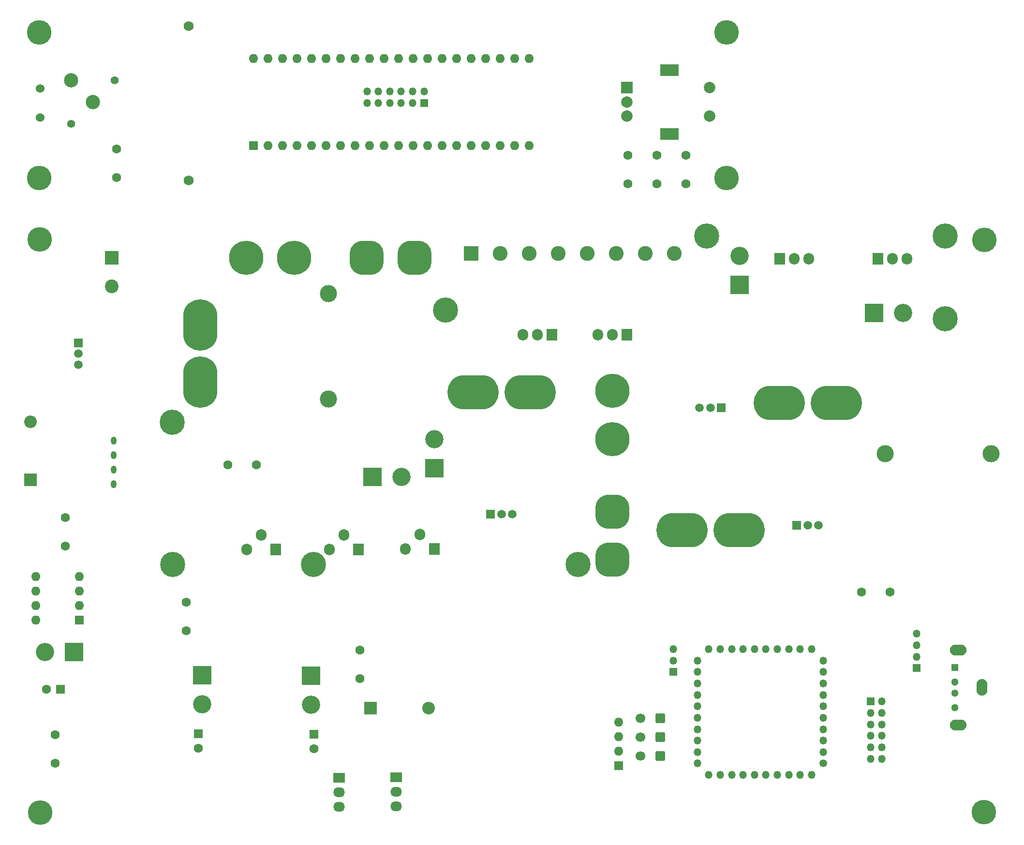
<source format=gbs>
%TF.GenerationSoftware,KiCad,Pcbnew,(5.99.0-13134-g7fd669b6a8-dirty)*%
%TF.CreationDate,2021-11-08T01:58:15+00:00*%
%TF.ProjectId,solarpump,736f6c61-7270-4756-9d70-2e6b69636164,1.0*%
%TF.SameCoordinates,Original*%
%TF.FileFunction,Soldermask,Bot*%
%TF.FilePolarity,Negative*%
%FSLAX46Y46*%
G04 Gerber Fmt 4.6, Leading zero omitted, Abs format (unit mm)*
G04 Created by KiCad (PCBNEW (5.99.0-13134-g7fd669b6a8-dirty)) date 2021-11-08 01:58:15*
%MOMM*%
%LPD*%
G01*
G04 APERTURE LIST*
G04 Aperture macros list*
%AMRoundRect*
0 Rectangle with rounded corners*
0 $1 Rounding radius*
0 $2 $3 $4 $5 $6 $7 $8 $9 X,Y pos of 4 corners*
0 Add a 4 corners polygon primitive as box body*
4,1,4,$2,$3,$4,$5,$6,$7,$8,$9,$2,$3,0*
0 Add four circle primitives for the rounded corners*
1,1,$1+$1,$2,$3*
1,1,$1+$1,$4,$5*
1,1,$1+$1,$6,$7*
1,1,$1+$1,$8,$9*
0 Add four rect primitives between the rounded corners*
20,1,$1+$1,$2,$3,$4,$5,0*
20,1,$1+$1,$4,$5,$6,$7,0*
20,1,$1+$1,$6,$7,$8,$9,0*
20,1,$1+$1,$8,$9,$2,$3,0*%
%AMHorizOval*
0 Thick line with rounded ends*
0 $1 width*
0 $2 $3 position (X,Y) of the first rounded end (center of the circle)*
0 $4 $5 position (X,Y) of the second rounded end (center of the circle)*
0 Add line between two ends*
20,1,$1,$2,$3,$4,$5,0*
0 Add two circle primitives to create the rounded ends*
1,1,$1,$2,$3*
1,1,$1,$4,$5*%
G04 Aperture macros list end*
%ADD10C,4.400000*%
%ADD11C,0.700000*%
%ADD12R,1.500000X1.500000*%
%ADD13C,1.500000*%
%ADD14C,0.800000*%
%ADD15HorizOval,0.800000X0.000000X0.000000X0.000000X0.000000X0*%
%ADD16O,9.000000X6.000000*%
%ADD17HorizOval,0.800000X0.000000X0.000000X0.000000X0.000000X0*%
%ADD18HorizOval,0.800000X0.000000X0.000000X0.000000X0.000000X0*%
%ADD19HorizOval,0.800000X0.000000X0.000000X0.000000X0.000000X0*%
%ADD20HorizOval,0.800000X0.000000X0.000000X0.000000X0.000000X0*%
%ADD21O,6.000000X9.000000*%
%ADD22HorizOval,0.800000X0.000000X0.000000X0.000000X0.000000X0*%
%ADD23R,1.905000X2.000000*%
%ADD24O,1.905000X2.000000*%
%ADD25C,1.600000*%
%ADD26R,1.300000X1.300000*%
%ADD27C,1.300000*%
%ADD28O,1.900000X2.900000*%
%ADD29O,2.900000X1.900000*%
%ADD30RoundRect,0.250000X0.600000X0.600000X-0.600000X0.600000X-0.600000X-0.600000X0.600000X-0.600000X0*%
%ADD31C,1.700000*%
%ADD32R,1.600000X1.600000*%
%ADD33O,1.600000X1.600000*%
%ADD34R,3.200000X3.200000*%
%ADD35O,3.200000X3.200000*%
%ADD36C,3.000000*%
%ADD37C,1.350000*%
%ADD38O,1.350000X1.350000*%
%ADD39O,1.000000X1.400000*%
%ADD40R,1.350000X1.350000*%
%ADD41C,4.300000*%
%ADD42R,2.200000X2.200000*%
%ADD43O,2.200000X2.200000*%
%ADD44R,2.030000X1.730000*%
%ADD45O,2.030000X1.730000*%
%ADD46RoundRect,2.400000X-0.600000X0.600000X-0.600000X-0.600000X0.600000X-0.600000X0.600000X0.600000X0*%
%ADD47RoundRect,2.400000X0.600000X0.600000X-0.600000X0.600000X-0.600000X-0.600000X0.600000X-0.600000X0*%
%ADD48C,6.000000*%
%ADD49R,2.000000X2.000000*%
%ADD50C,2.000000*%
%ADD51R,3.200000X2.000000*%
%ADD52C,1.400000*%
%ADD53C,2.500000*%
%ADD54R,2.400000X2.400000*%
%ADD55C,2.400000*%
%ADD56R,2.600000X2.600000*%
%ADD57C,2.600000*%
%ADD58RoundRect,2.400000X0.600000X-0.600000X0.600000X0.600000X-0.600000X0.600000X-0.600000X-0.600000X0*%
%ADD59C,1.750000*%
%ADD60C,1.524000*%
G04 APERTURE END LIST*
D10*
%TO.C,HS8*%
X218050000Y-67475000D03*
D11*
X219700000Y-67475000D03*
X219216726Y-68641726D03*
X218050000Y-69125000D03*
X216883274Y-68641726D03*
X216400000Y-67475000D03*
X216883274Y-66308274D03*
X218050000Y-65825000D03*
X219216726Y-66308274D03*
%TD*%
D12*
%TO.C,U6*%
X138484675Y-101736630D03*
D13*
X140394675Y-101736630D03*
X142304675Y-101736630D03*
D14*
X148594675Y-78676630D03*
X149344675Y-79706630D03*
D15*
X141444675Y-79706630D03*
D14*
X148594675Y-81996630D03*
X146064675Y-78286630D03*
X149344675Y-80966630D03*
X144724675Y-78286630D03*
X143394675Y-82386630D03*
X144724675Y-82386630D03*
X142194675Y-78676630D03*
X146064675Y-82386630D03*
X147394675Y-82386630D03*
X142194675Y-81996630D03*
X143394675Y-78286630D03*
X147394675Y-78286630D03*
D16*
X145394675Y-80336630D03*
D17*
X141444675Y-80966630D03*
D14*
X136064675Y-82386630D03*
X133394675Y-82386630D03*
D16*
X135394675Y-80336630D03*
D14*
X131444675Y-80966630D03*
D17*
X139344675Y-79706630D03*
D14*
X134724675Y-82386630D03*
D15*
X139344675Y-80966630D03*
D14*
X132194675Y-78676630D03*
X138594675Y-78676630D03*
X134724675Y-78286630D03*
X136064675Y-78286630D03*
X137394675Y-82386630D03*
X131444675Y-79706630D03*
X138594675Y-81996630D03*
X137394675Y-78286630D03*
X133394675Y-78286630D03*
X132194675Y-81996630D03*
%TD*%
D12*
%TO.C,U7*%
X178910000Y-83111630D03*
D13*
X177000000Y-83111630D03*
X175090000Y-83111630D03*
D14*
X168800000Y-106171630D03*
X168050000Y-105141630D03*
D18*
X175950000Y-105141630D03*
D14*
X168800000Y-102851630D03*
X171330000Y-106561630D03*
X168050000Y-103881630D03*
X172670000Y-106561630D03*
X174000000Y-102461630D03*
X172670000Y-102461630D03*
X175200000Y-106171630D03*
X171330000Y-102461630D03*
X170000000Y-102461630D03*
X175200000Y-102851630D03*
X174000000Y-106561630D03*
X170000000Y-106561630D03*
D16*
X172000000Y-104511630D03*
D19*
X175950000Y-103881630D03*
D14*
X181330000Y-102461630D03*
X184000000Y-102461630D03*
D16*
X182000000Y-104511630D03*
D14*
X185950000Y-103881630D03*
D19*
X178050000Y-105141630D03*
D14*
X182670000Y-102461630D03*
D18*
X178050000Y-103881630D03*
D14*
X185200000Y-106171630D03*
X178800000Y-106171630D03*
X182670000Y-106561630D03*
X181330000Y-106561630D03*
X180000000Y-102461630D03*
X185950000Y-105141630D03*
X178800000Y-102851630D03*
X180000000Y-106561630D03*
X184000000Y-106561630D03*
X185200000Y-102851630D03*
%TD*%
D12*
%TO.C,U11*%
X192100000Y-103625000D03*
D13*
X194010000Y-103625000D03*
X195920000Y-103625000D03*
D14*
X202210000Y-80565000D03*
X202960000Y-81595000D03*
D15*
X195060000Y-81595000D03*
D14*
X202210000Y-83885000D03*
X199680000Y-80175000D03*
X202960000Y-82855000D03*
X198340000Y-80175000D03*
X197010000Y-84275000D03*
X198340000Y-84275000D03*
X195810000Y-80565000D03*
X199680000Y-84275000D03*
X201010000Y-84275000D03*
X195810000Y-83885000D03*
X197010000Y-80175000D03*
X201010000Y-80175000D03*
D16*
X199010000Y-82225000D03*
D17*
X195060000Y-82855000D03*
D14*
X189680000Y-84275000D03*
X187010000Y-84275000D03*
D16*
X189010000Y-82225000D03*
D14*
X185060000Y-82855000D03*
D17*
X192960000Y-81595000D03*
D14*
X188340000Y-84275000D03*
D15*
X192960000Y-82855000D03*
D14*
X185810000Y-80565000D03*
X192210000Y-80565000D03*
X188340000Y-80175000D03*
X189680000Y-80175000D03*
X191010000Y-84275000D03*
X185060000Y-81595000D03*
X192210000Y-83885000D03*
X191010000Y-80175000D03*
X187010000Y-80175000D03*
X185810000Y-83885000D03*
%TD*%
D12*
%TO.C,U3*%
X66325000Y-71700000D03*
D13*
X66325000Y-73610000D03*
X66325000Y-75520000D03*
D14*
X89385000Y-81810000D03*
X88355000Y-82560000D03*
D20*
X88355000Y-74660000D03*
D14*
X86065000Y-81810000D03*
X89775000Y-79280000D03*
X87095000Y-82560000D03*
X89775000Y-77940000D03*
X85675000Y-76610000D03*
X85675000Y-77940000D03*
X89385000Y-75410000D03*
X85675000Y-79280000D03*
X85675000Y-80610000D03*
X86065000Y-75410000D03*
X89775000Y-76610000D03*
X89775000Y-80610000D03*
D21*
X87725000Y-78610000D03*
D22*
X87095000Y-74660000D03*
D14*
X85675000Y-69280000D03*
X85675000Y-66610000D03*
D21*
X87725000Y-68610000D03*
D14*
X87095000Y-64660000D03*
D22*
X88355000Y-72560000D03*
D14*
X85675000Y-67940000D03*
D20*
X87095000Y-72560000D03*
D14*
X89385000Y-65410000D03*
X89385000Y-71810000D03*
X89775000Y-67940000D03*
X89775000Y-69280000D03*
X85675000Y-70610000D03*
X88355000Y-64660000D03*
X86065000Y-71810000D03*
X89775000Y-70610000D03*
X89775000Y-66610000D03*
X86065000Y-65410000D03*
%TD*%
D10*
%TO.C,HS7*%
X82800000Y-85650000D03*
D11*
X84450000Y-85650000D03*
X83966726Y-86816726D03*
X82800000Y-87300000D03*
X81633274Y-86816726D03*
X81150000Y-85650000D03*
X81633274Y-84483274D03*
X82800000Y-84000000D03*
X83966726Y-84483274D03*
%TD*%
D10*
%TO.C,HS6*%
X130600000Y-66000000D03*
D11*
X132250000Y-66000000D03*
X131766726Y-67166726D03*
X130600000Y-67650000D03*
X129433274Y-67166726D03*
X128950000Y-66000000D03*
X129433274Y-64833274D03*
X130600000Y-64350000D03*
X131766726Y-64833274D03*
%TD*%
D10*
%TO.C,HS5*%
X218050000Y-53000000D03*
D11*
X219700000Y-53000000D03*
X219216726Y-54166726D03*
X218050000Y-54650000D03*
X216883274Y-54166726D03*
X216400000Y-53000000D03*
X216883274Y-51833274D03*
X218050000Y-51350000D03*
X219216726Y-51833274D03*
%TD*%
D10*
%TO.C,HS4*%
X176300000Y-53000000D03*
D11*
X177950000Y-53000000D03*
X177466726Y-54166726D03*
X176300000Y-54650000D03*
X175133274Y-54166726D03*
X174650000Y-53000000D03*
X175133274Y-51833274D03*
X176300000Y-51350000D03*
X177466726Y-51833274D03*
%TD*%
D10*
%TO.C,HS3*%
X153825000Y-110475000D03*
D11*
X155475000Y-110475000D03*
X154991726Y-111641726D03*
X153825000Y-112125000D03*
X152658274Y-111641726D03*
X152175000Y-110475000D03*
X152658274Y-109308274D03*
X153825000Y-108825000D03*
X154991726Y-109308274D03*
%TD*%
D10*
%TO.C,HS2*%
X107475000Y-110475000D03*
D11*
X109125000Y-110475000D03*
X108641726Y-111641726D03*
X107475000Y-112125000D03*
X106308274Y-111641726D03*
X105825000Y-110475000D03*
X106308274Y-109308274D03*
X107475000Y-108825000D03*
X108641726Y-109308274D03*
%TD*%
D10*
%TO.C,HS1*%
X82875000Y-110475000D03*
D11*
X84525000Y-110475000D03*
X84041726Y-111641726D03*
X82875000Y-112125000D03*
X81708274Y-111641726D03*
X81225000Y-110475000D03*
X81708274Y-109308274D03*
X82875000Y-108825000D03*
X84041726Y-109308274D03*
%TD*%
D23*
%TO.C,Q1*%
X100900000Y-107870000D03*
D24*
X98360000Y-105330000D03*
X95820000Y-107870000D03*
%TD*%
D23*
%TO.C,Q2*%
X128690000Y-107792500D03*
D24*
X126150000Y-105252500D03*
X123610000Y-107792500D03*
%TD*%
D23*
%TO.C,Q12*%
X189100000Y-57000000D03*
D24*
X191640000Y-57000000D03*
X194180000Y-57000000D03*
%TD*%
D23*
%TO.C,Q10*%
X162352175Y-70306630D03*
D24*
X159812175Y-70306630D03*
X157272175Y-70306630D03*
%TD*%
D23*
%TO.C,Q9*%
X149217175Y-70336630D03*
D24*
X146677175Y-70336630D03*
X144137175Y-70336630D03*
%TD*%
D23*
%TO.C,Q3*%
X115400000Y-107870000D03*
D24*
X112860000Y-105330000D03*
X110320000Y-107870000D03*
%TD*%
D23*
%TO.C,Q11*%
X206300000Y-57000000D03*
D24*
X208840000Y-57000000D03*
X211380000Y-57000000D03*
%TD*%
D25*
%TO.C,CP7*%
X208450000Y-115350000D03*
X203450000Y-115350000D03*
%TD*%
%TO.C,C41*%
X73049188Y-42750222D03*
X73049188Y-37750222D03*
%TD*%
D26*
%TO.C,J1*%
X219750000Y-128550000D03*
D27*
X219750000Y-131050000D03*
X219750000Y-133050000D03*
X219750000Y-135550000D03*
D28*
X224530000Y-132050000D03*
D29*
X220350000Y-125480000D03*
X220350000Y-138620000D03*
%TD*%
D30*
%TO.C,TH1*%
X168215155Y-144018070D03*
D31*
X164715155Y-144018070D03*
%TD*%
D32*
%TO.C,U8*%
X66550000Y-120250000D03*
D33*
X66550000Y-117710000D03*
X66550000Y-115170000D03*
X66550000Y-112630000D03*
X58930000Y-112630000D03*
X58930000Y-115170000D03*
X58930000Y-117710000D03*
X58930000Y-120250000D03*
%TD*%
D34*
%TO.C,D10*%
X182050000Y-61550000D03*
D35*
X182050000Y-56470000D03*
%TD*%
D30*
%TO.C,TH3*%
X168215155Y-137468070D03*
D31*
X164715155Y-137468070D03*
%TD*%
D36*
%TO.C,L1*%
X110150000Y-81600000D03*
X110150000Y-63100000D03*
%TD*%
D37*
%TO.C,MCU1*%
X196700000Y-145350000D03*
D38*
X196700000Y-143350000D03*
X196700000Y-141350000D03*
X196700000Y-139350000D03*
X196700000Y-137350000D03*
X196700000Y-135350000D03*
X196700000Y-133350000D03*
X196700000Y-131350000D03*
X196700000Y-129350000D03*
X196700000Y-127350000D03*
X194700000Y-125350000D03*
X192700000Y-125350000D03*
X190700000Y-125350000D03*
X188700000Y-125350000D03*
X186700000Y-125350000D03*
X184700000Y-125350000D03*
X182700000Y-125350000D03*
X180700000Y-125350000D03*
X178700000Y-125350000D03*
X176700000Y-125350000D03*
X174700000Y-127350000D03*
X174700000Y-129350000D03*
X174700000Y-131350000D03*
X174700000Y-133350000D03*
X174700000Y-135350000D03*
X174700000Y-137350000D03*
X174700000Y-139350000D03*
X174700000Y-141350000D03*
X174700000Y-143350000D03*
X174700000Y-145350000D03*
X176700000Y-147350000D03*
X178700000Y-147350000D03*
X180700000Y-147350000D03*
X182700000Y-147350000D03*
X184700000Y-147350000D03*
X186700000Y-147350000D03*
X188700000Y-147350000D03*
X190700000Y-147350000D03*
X192700000Y-147350000D03*
X194700000Y-147350000D03*
%TD*%
D39*
%TO.C,U5*%
X72550000Y-88800000D03*
X72550000Y-91340000D03*
X72550000Y-93880000D03*
X72550000Y-96420000D03*
%TD*%
D25*
%TO.C,CP6*%
X85200000Y-122100000D03*
X85200000Y-117100000D03*
%TD*%
D40*
%TO.C,J3*%
X205015155Y-134518070D03*
D38*
X207015155Y-134518070D03*
X205015155Y-136518070D03*
X207015155Y-136518070D03*
X205015155Y-138518070D03*
X207015155Y-138518070D03*
X205015155Y-140518070D03*
X207015155Y-140518070D03*
X205015155Y-142518070D03*
X207015155Y-142518070D03*
X205015155Y-144518070D03*
X207015155Y-144518070D03*
%TD*%
D30*
%TO.C,TH2*%
X168215155Y-140768070D03*
D31*
X164715155Y-140768070D03*
%TD*%
D41*
%TO.C,H7*%
X179834033Y-42868945D03*
%TD*%
D42*
%TO.C,D6*%
X117500000Y-135700000D03*
D43*
X127660000Y-135700000D03*
%TD*%
D44*
%TO.C,J9*%
X111950000Y-147850000D03*
D45*
X111950000Y-150390000D03*
X111950000Y-152930000D03*
%TD*%
D41*
%TO.C,H6*%
X179834033Y-17368945D03*
%TD*%
D46*
%TO.C,F1*%
X125200000Y-56800000D03*
D47*
X116800000Y-56800000D03*
D48*
X95700000Y-56800000D03*
X104100000Y-56800000D03*
%TD*%
D49*
%TO.C,SW2*%
X162349188Y-27061282D03*
D50*
X162349188Y-32061282D03*
X162349188Y-29561282D03*
D51*
X169849188Y-35161282D03*
X169849188Y-23961282D03*
D50*
X176849188Y-32061282D03*
X176849188Y-27061282D03*
%TD*%
D25*
%TO.C,CP3*%
X62300000Y-140300000D03*
X62300000Y-145300000D03*
%TD*%
D41*
%TO.C,H4*%
X59650000Y-153950000D03*
%TD*%
D32*
%TO.C,M2*%
X96989188Y-37175222D03*
D33*
X99529188Y-37175222D03*
X102069188Y-37175222D03*
X104609188Y-37175222D03*
X107149188Y-37175222D03*
X109689188Y-37175222D03*
X112229188Y-37175222D03*
X114769188Y-37175222D03*
X117309188Y-37175222D03*
X119849188Y-37175222D03*
X122389188Y-37175222D03*
X124929188Y-37175222D03*
X127469188Y-37175222D03*
X130009188Y-37175222D03*
X132549188Y-37175222D03*
X135089188Y-37175222D03*
X137629188Y-37175222D03*
X140169188Y-37175222D03*
X142709188Y-37175222D03*
X145249188Y-37175222D03*
X145249188Y-21935222D03*
X142709188Y-21935222D03*
X140169188Y-21935222D03*
X137629188Y-21935222D03*
X135089188Y-21935222D03*
X132549188Y-21935222D03*
X130009188Y-21935222D03*
X127469188Y-21935222D03*
X124929188Y-21935222D03*
X122389188Y-21935222D03*
X119849188Y-21935222D03*
X117309188Y-21935222D03*
X114769188Y-21935222D03*
X112229188Y-21935222D03*
X109689188Y-21935222D03*
X107149188Y-21935222D03*
X104609188Y-21935222D03*
X102069188Y-21935222D03*
X99529188Y-21935222D03*
X96989188Y-21935222D03*
%TD*%
D34*
%TO.C,D8*%
X107050000Y-129950000D03*
D35*
X107050000Y-135030000D03*
%TD*%
D32*
%TO.C,RN1*%
X160900000Y-145718070D03*
D33*
X160900000Y-143178070D03*
X160900000Y-140638070D03*
X160900000Y-138098070D03*
%TD*%
D32*
%TO.C,C21*%
X63250000Y-132350000D03*
D25*
X60750000Y-132350000D03*
%TD*%
D36*
%TO.C,L5*%
X226100000Y-91100000D03*
X207600000Y-91100000D03*
%TD*%
D25*
%TO.C,C39*%
X162501235Y-38918945D03*
X162501235Y-43918945D03*
%TD*%
%TO.C,CP4*%
X64050000Y-102300000D03*
X64050000Y-107300000D03*
%TD*%
D40*
%TO.C,J10*%
X213050000Y-128650000D03*
D38*
X213050000Y-126650000D03*
X213050000Y-124650000D03*
X213050000Y-122650000D03*
%TD*%
D40*
%TO.C,J7*%
X170500000Y-129350000D03*
D38*
X170500000Y-127350000D03*
X170500000Y-125350000D03*
%TD*%
D52*
%TO.C,SW1*%
X72734188Y-25765222D03*
X65114188Y-33385222D03*
D53*
X65114188Y-25765222D03*
X68924188Y-29575222D03*
%TD*%
D54*
%TO.C,CP2*%
X72150000Y-56800000D03*
D55*
X72150000Y-61800000D03*
%TD*%
D25*
%TO.C,CP1*%
X97500000Y-93100000D03*
X92500000Y-93100000D03*
%TD*%
%TO.C,C40*%
X172701235Y-38918945D03*
X172701235Y-43918945D03*
%TD*%
D44*
%TO.C,J4*%
X121950000Y-147800000D03*
D45*
X121950000Y-150340000D03*
X121950000Y-152880000D03*
%TD*%
D41*
%TO.C,H8*%
X59451235Y-42868945D03*
%TD*%
D34*
%TO.C,D9*%
X88000000Y-129900000D03*
D35*
X88000000Y-134980000D03*
%TD*%
D32*
%TO.C,C20*%
X107550000Y-140250000D03*
D25*
X107550000Y-142750000D03*
%TD*%
D41*
%TO.C,H2*%
X224950000Y-53700000D03*
%TD*%
D34*
%TO.C,D2*%
X205600000Y-66450000D03*
D35*
X210680000Y-66450000D03*
%TD*%
D34*
%TO.C,D5*%
X117800000Y-95200000D03*
D35*
X122880000Y-95200000D03*
%TD*%
D56*
%TO.C,J2*%
X135100000Y-56100000D03*
D57*
X140180000Y-56100000D03*
X145260000Y-56100000D03*
X150340000Y-56100000D03*
X155420000Y-56100000D03*
X160500000Y-56100000D03*
X165580000Y-56100000D03*
X170660000Y-56100000D03*
%TD*%
D34*
%TO.C,D4*%
X128700000Y-93700000D03*
D35*
X128700000Y-88620000D03*
%TD*%
D41*
%TO.C,H3*%
X224850000Y-153850000D03*
%TD*%
D34*
%TO.C,D7*%
X65600000Y-125850000D03*
D35*
X60520000Y-125850000D03*
%TD*%
D25*
%TO.C,CP5*%
X115650000Y-125500000D03*
X115650000Y-130500000D03*
%TD*%
%TO.C,C38*%
X167601235Y-38918945D03*
X167601235Y-43918945D03*
%TD*%
D41*
%TO.C,H5*%
X59451235Y-17368945D03*
%TD*%
D42*
%TO.C,D1*%
X58000000Y-95700000D03*
D43*
X58000000Y-85540000D03*
%TD*%
D41*
%TO.C,H1*%
X59550000Y-53650000D03*
%TD*%
D32*
%TO.C,C19*%
X87350000Y-140150000D03*
D25*
X87350000Y-142650000D03*
%TD*%
D47*
%TO.C,F2*%
X159800000Y-109661630D03*
D58*
X159800000Y-101261630D03*
D48*
X159800000Y-88561630D03*
X159800000Y-80161630D03*
%TD*%
D40*
%TO.C,J6*%
X126856516Y-29719434D03*
D38*
X126856516Y-27719434D03*
X124856516Y-29719434D03*
X124856516Y-27719434D03*
X122856516Y-29719434D03*
X122856516Y-27719434D03*
X120856516Y-29719434D03*
X120856516Y-27719434D03*
X118856516Y-29719434D03*
X118856516Y-27719434D03*
X116856516Y-29719434D03*
X116856516Y-27719434D03*
%TD*%
D59*
%TO.C,BZ1*%
X85651235Y-16320222D03*
X85651235Y-43320222D03*
D60*
X59651235Y-27220222D03*
X59651235Y-32320222D03*
%TD*%
M02*

</source>
